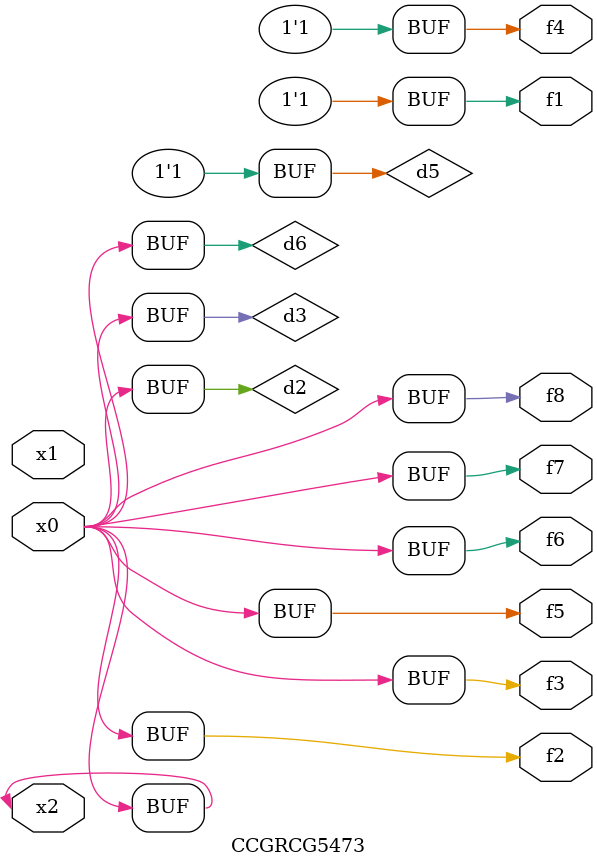
<source format=v>
module CCGRCG5473(
	input x0, x1, x2,
	output f1, f2, f3, f4, f5, f6, f7, f8
);

	wire d1, d2, d3, d4, d5, d6;

	xnor (d1, x2);
	buf (d2, x0, x2);
	and (d3, x0);
	xnor (d4, x1, x2);
	nand (d5, d1, d3);
	buf (d6, d2, d3);
	assign f1 = d5;
	assign f2 = d6;
	assign f3 = d6;
	assign f4 = d5;
	assign f5 = d6;
	assign f6 = d6;
	assign f7 = d6;
	assign f8 = d6;
endmodule

</source>
